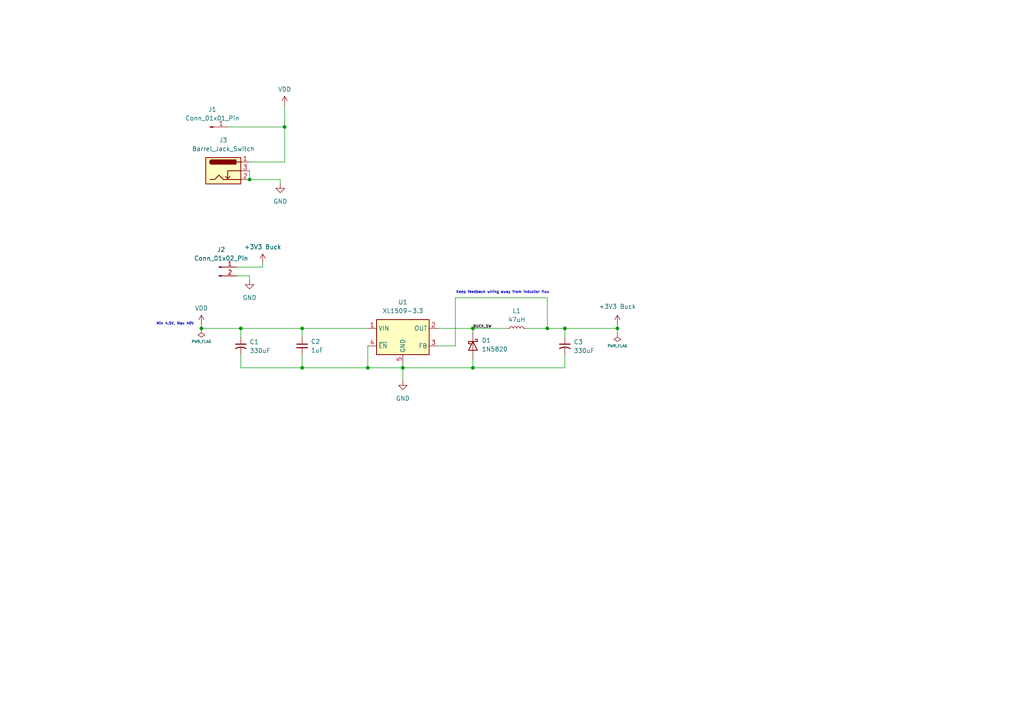
<source format=kicad_sch>
(kicad_sch (version 20250114) (generator "eeschema") (generator_version "9.0")
  (paper "A4")
  (title_block (title "Buck-converter 3V3 Breakout Board") (date "2025-10-19") (rev "1.0") (company "Mori Adrian Rosland"))
  (lib_symbols
    (symbol "Connector:Barrel_Jack_Switch" (pin_names (hide yes))
      (property "Reference" "J" (at 0 5.334 0))
      (property "Value" "Barrel_Jack_Switch" (at 0 -5.08 0))
      (symbol "Barrel_Jack_Switch_0_1"
        (rectangle (start -5.08 3.81) (end 5.08 -3.81) (stroke (width 0.254)) (fill (type background)))
        (polyline (pts (xy -3.81 -2.54) (xy -2.54 -2.54) (xy -1.27 -1.27) (xy 0 -2.54) (xy 2.54 -2.54) (xy 5.08 -2.54)) (stroke (width 0.254)))
        (arc (start -3.302 1.905) (mid -3.9343 2.54) (end -3.302 3.175) (stroke (width 0.254)))
        (arc (start -3.302 1.905) (mid -3.9343 2.54) (end -3.302 3.175) (stroke (width 0.254)) (fill (type outline)))
        (polyline (pts (xy 1.27 -2.286) (xy 1.905 -1.651)) (stroke (width 0.254)))
        (rectangle (start 3.683 3.175) (end -3.302 1.905) (stroke (width 0.254)) (fill (type outline)))
        (polyline (pts (xy 5.08 2.54) (xy 3.81 2.54)) (stroke (width 0.254)))
        (polyline (pts (xy 5.08 0) (xy 1.27 0) (xy 1.27 -2.286) (xy 0.635 -1.651)) (stroke (width 0.254)))
      )
      (symbol "Barrel_Jack_Switch_1_1"
        (pin passive line (at 7.62 2.54 180) (length 2.54) (name "~") (number "1"))
        (pin passive line (at 7.62 0 180) (length 2.54) (name "~") (number "3"))
        (pin passive line (at 7.62 -2.54 180) (length 2.54) (name "~") (number "2"))
      )
    )
    (symbol "Connector:Conn_01x01_Pin" (pin_names (offset 1.016) (hide yes))
      (property "Reference" "J" (at 0 2.54 0))
      (property "Value" "Conn_01x01_Pin" (at 0 -2.54 0))
      (symbol "Conn_01x01_Pin_1_1"
        (rectangle (start 0.8636 0.127) (end 0 -0.127) (stroke (width 0.1524)) (fill (type outline)))
        (polyline (pts (xy 1.27 0) (xy 0.8636 0)) (stroke (width 0.1524)))
        (pin passive line (at 5.08 0 180) (length 3.81) (name "Pin_1") (number "1"))
      )
    )
    (symbol "Connector:Conn_01x02_Pin" (pin_names (offset 1.016) (hide yes))
      (property "Reference" "J" (at 0 2.54 0))
      (property "Value" "Conn_01x02_Pin" (at 0 -5.08 0))
      (symbol "Conn_01x02_Pin_1_1"
        (rectangle (start 0.8636 0.127) (end 0 -0.127) (stroke (width 0.1524)) (fill (type outline)))
        (rectangle (start 0.8636 -2.413) (end 0 -2.667) (stroke (width 0.1524)) (fill (type outline)))
        (polyline (pts (xy 1.27 0) (xy 0.8636 0)) (stroke (width 0.1524)))
        (polyline (pts (xy 1.27 -2.54) (xy 0.8636 -2.54)) (stroke (width 0.1524)))
        (pin passive line (at 5.08 0 180) (length 3.81) (name "Pin_1") (number "1"))
        (pin passive line (at 5.08 -2.54 180) (length 3.81) (name "Pin_2") (number "2"))
      )
    )
    (symbol "Device:C_Small" (pin_numbers (hide yes)) (pin_names (offset 0.254) (hide yes))
      (property "Reference" "C" (at 0.254 1.778 0))
      (property "Value" "C_Small" (at 0.254 -2.032 0))
      (symbol "C_Small_0_1"
        (polyline (pts (xy -1.524 0.508) (xy 1.524 0.508)) (stroke (width 0.3048)))
        (polyline (pts (xy -1.524 -0.508) (xy 1.524 -0.508)) (stroke (width 0.3302)))
      )
      (symbol "C_Small_1_1"
        (pin passive line (at 0 2.54 270) (length 2.032) (name "~") (number "1"))
        (pin passive line (at 0 -2.54 90) (length 2.032) (name "~") (number "2"))
      )
    )
    (symbol "Device:C_Small_US" (pin_numbers (hide yes)) (pin_names (offset 0.254) (hide yes))
      (property "Reference" "C" (at 0.254 1.778 0))
      (property "Value" "C_Small_US" (at 0.254 -2.032 0))
      (symbol "C_Small_US_0_1"
        (polyline (pts (xy -1.524 0.508) (xy 1.524 0.508)) (stroke (width 0.3048)))
        (arc (start -1.524 -0.762) (mid 0 -0.3734) (end 1.524 -0.762) (stroke (width 0.3048)))
      )
      (symbol "C_Small_US_1_1"
        (pin passive line (at 0 2.54 270) (length 2.032) (name "~") (number "1"))
        (pin passive line (at 0 -2.54 90) (length 2.032) (name "~") (number "2"))
      )
    )
    (symbol "Device:D_Schottky" (pin_numbers (hide yes)) (pin_names (offset 1.016) (hide yes))
      (property "Reference" "D" (at 0 2.54 0))
      (property "Value" "D_Schottky" (at 0 -2.54 0))
      (symbol "D_Schottky_0_1"
        (polyline (pts (xy -1.905 0.635) (xy -1.905 1.27) (xy -1.27 1.27) (xy -1.27 -1.27) (xy -0.635 -1.27) (xy -0.635 -0.635)) (stroke (width 0.254)))
        (polyline (pts (xy 1.27 1.27) (xy 1.27 -1.27) (xy -1.27 0) (xy 1.27 1.27)) (stroke (width 0.254)))
        (polyline (pts (xy 1.27 0) (xy -1.27 0)))
      )
      (symbol "D_Schottky_1_1"
        (pin passive line (at -3.81 0 0) (length 2.54) (name "K") (number "1"))
        (pin passive line (at 3.81 0 180) (length 2.54) (name "A") (number "2"))
      )
    )
    (symbol "Device:L_Small" (pin_numbers (hide yes)) (pin_names (offset 0.254) (hide yes))
      (property "Reference" "L" (at 0.762 1.016 0))
      (property "Value" "L_Small" (at 0.762 -1.016 0))
      (symbol "L_Small_0_1"
        (arc (start 0 2.032) (mid 0.5058 1.524) (end 0 1.016))
        (arc (start 0 1.016) (mid 0.5058 0.508) (end 0 0))
        (arc (start 0 0) (mid 0.5058 -0.508) (end 0 -1.016))
        (arc (start 0 -1.016) (mid 0.5058 -1.524) (end 0 -2.032))
      )
      (symbol "L_Small_1_1"
        (pin passive line (at 0 2.54 270) (length 0.508) (name "~") (number "1"))
        (pin passive line (at 0 -2.54 90) (length 0.508) (name "~") (number "2"))
      )
    )
    (symbol "Regulator_Switching:XL1509-3.3"
      (property "Reference" "U" (at -7.112 6.096 0))
      (property "Value" "XL1509-3.3" (at 5.842 6.096 0))
      (symbol "XL1509-3.3_0_1"
        (rectangle (start -7.62 5.08) (end 7.62 -5.08) (stroke (width 0.254)) (fill (type background)))
      )
      (symbol "XL1509-3.3_1_1"
        (pin power_in line (at -10.16 2.54 0) (length 2.54) (name "VIN") (number "1"))
        (pin input line (at -10.16 -2.54 0) (length 2.54) (name "~{EN}") (number "4"))
        (pin power_in line (at 0 -7.62 90) (length 2.54) (name "GND") (number "5"))
        (pin passive line (at 0 -7.62 90) (length 2.54) (hide yes) (name "GND") (number "6"))
        (pin passive line (at 0 -7.62 90) (length 2.54) (hide yes) (name "GND") (number "7"))
        (pin passive line (at 0 -7.62 90) (length 2.54) (hide yes) (name "GND") (number "8"))
        (pin power_out line (at 10.16 2.54 180) (length 2.54) (name "OUT") (number "2"))
        (pin input line (at 10.16 -2.54 180) (length 2.54) (name "FB") (number "3"))
      )
    )
    (symbol "power:+3.3V" (power) (pin_numbers (hide yes)) (pin_names (offset 0) (hide yes))
      (property "Value" "+3.3V" (at 0 3.556 0))
      (symbol "+3.3V_0_1"
        (polyline (pts (xy -0.762 1.27) (xy 0 2.54)))
        (polyline (pts (xy 0 2.54) (xy 0.762 1.27)))
        (polyline (pts (xy 0 0) (xy 0 2.54)))
      )
      (symbol "+3.3V_1_1"
        (pin power_in line (at 0 0 90) (length 0) (name "~") (number "1"))
      )
    )
    (symbol "power:+3V3" (power) (pin_numbers (hide yes)) (pin_names (offset 0) (hide yes))
      (property "Value" "+3V3" (at 0 3.556 0))
      (symbol "+3V3_0_1"
        (polyline (pts (xy -0.762 1.27) (xy 0 2.54)))
        (polyline (pts (xy 0 2.54) (xy 0.762 1.27)))
        (polyline (pts (xy 0 0) (xy 0 2.54)))
      )
      (symbol "+3V3_1_1"
        (pin power_in line (at 0 0 90) (length 0) (name "~") (number "1"))
      )
    )
    (symbol "power:GND" (power) (pin_numbers (hide yes)) (pin_names (offset 0) (hide yes))
      (property "Value" "GND" (at 0 -3.81 0))
      (symbol "GND_0_1"
        (polyline (pts (xy 0 0) (xy 0 -1.27) (xy 1.27 -1.27) (xy 0 -2.54) (xy -1.27 -1.27) (xy 0 -1.27)))
      )
      (symbol "GND_1_1"
        (pin power_in line (at 0 0 270) (length 0) (name "~") (number "1"))
      )
    )
    (symbol "power:PWR_FLAG" (power) (pin_numbers (hide yes)) (pin_names (offset 0) (hide yes))
      (property "Value" "PWR_FLAG" (at 0 3.81 0))
      (symbol "PWR_FLAG_0_0"
        (pin power_out line (at 0 0 90) (length 0) (name "~") (number "1"))
      )
      (symbol "PWR_FLAG_0_1"
        (polyline (pts (xy 0 0) (xy 0 1.27) (xy -1.016 1.905) (xy 0 2.54) (xy 1.016 1.905) (xy 0 1.27)))
      )
    )
  )
  (text "Keep feedback wiring away from inductor flux" (at 145.796 84.836 0) (effects (font (size 0.762 0.762))))
  (text "Min 4.5V, Max 40V" (at 50.8 93.98 0) (effects (font (size 0.762 0.762))))
  (junction (at 179.07 95.25))
  (junction (at 87.63 95.25))
  (junction (at 137.16 95.25))
  (junction (at 116.84 106.68))
  (junction (at 163.83 95.25))
  (junction (at 69.85 95.25))
  (junction (at 82.55 36.83))
  (junction (at 72.39 52.07))
  (junction (at 158.75 95.25))
  (junction (at 58.42 95.25))
  (junction (at 87.63 106.68))
  (junction (at 137.16 106.68))
  (junction (at 106.68 106.68))
  (wire (pts (xy 66.04 36.83) (xy 82.55 36.83)))
  (wire (pts (xy 137.16 104.14) (xy 137.16 106.68)))
  (wire (pts (xy 72.39 46.99) (xy 82.55 46.99)))
  (wire (pts (xy 69.85 95.25) (xy 87.63 95.25)))
  (wire (pts (xy 69.85 95.25) (xy 69.85 97.79)))
  (wire (pts (xy 58.42 95.25) (xy 58.42 93.98)))
  (wire (pts (xy 87.63 106.68) (xy 69.85 106.68)))
  (wire (pts (xy 116.84 106.68) (xy 116.84 110.49)))
  (wire (pts (xy 179.07 95.25) (xy 179.07 96.52)))
  (wire (pts (xy 87.63 102.87) (xy 87.63 106.68)))
  (wire (pts (xy 72.39 52.07) (xy 81.28 52.07)))
  (wire (pts (xy 106.68 106.68) (xy 87.63 106.68)))
  (wire (pts (xy 158.75 86.36) (xy 132.08 86.36)))
  (wire (pts (xy 152.4 95.25) (xy 158.75 95.25)))
  (wire (pts (xy 132.08 100.33) (xy 127 100.33)))
  (wire (pts (xy 132.08 86.36) (xy 132.08 100.33)))
  (wire (pts (xy 163.83 106.68) (xy 137.16 106.68)))
  (wire (pts (xy 137.16 106.68) (xy 116.84 106.68)))
  (wire (pts (xy 163.83 102.87) (xy 163.83 106.68)))
  (wire (pts (xy 163.83 95.25) (xy 163.83 97.79)))
  (wire (pts (xy 127 95.25) (xy 137.16 95.25)))
  (wire (pts (xy 72.39 80.01) (xy 72.39 81.28)))
  (wire (pts (xy 87.63 95.25) (xy 106.68 95.25)))
  (wire (pts (xy 106.68 100.33) (xy 106.68 106.68)))
  (wire (pts (xy 87.63 97.79) (xy 87.63 95.25)))
  (wire (pts (xy 69.85 95.25) (xy 58.42 95.25)))
  (wire (pts (xy 116.84 106.68) (xy 106.68 106.68)))
  (wire (pts (xy 158.75 95.25) (xy 163.83 95.25)))
  (wire (pts (xy 82.55 30.48) (xy 82.55 36.83)))
  (wire (pts (xy 82.55 36.83) (xy 82.55 46.99)))
  (wire (pts (xy 163.83 95.25) (xy 179.07 95.25)))
  (wire (pts (xy 76.2 77.47) (xy 76.2 76.2)))
  (wire (pts (xy 158.75 95.25) (xy 158.75 86.36)))
  (wire (pts (xy 68.58 80.01) (xy 72.39 80.01)))
  (wire (pts (xy 69.85 106.68) (xy 69.85 102.87)))
  (wire (pts (xy 72.39 49.53) (xy 72.39 52.07)))
  (wire (pts (xy 116.84 105.41) (xy 116.84 106.68)))
  (wire (pts (xy 81.28 52.07) (xy 81.28 53.34)))
  (wire (pts (xy 137.16 95.25) (xy 137.16 96.52)))
  (wire (pts (xy 68.58 77.47) (xy 76.2 77.47)))
  (wire (pts (xy 137.16 95.25) (xy 147.32 95.25)))
  (wire (pts (xy 179.07 95.25) (xy 179.07 93.98)))
  (label "BUCK_SW" (at 137.16 95.25 0) (effects (font (size 0.762 0.762))))
  (symbol (lib_id "power:GND") (at 116.84 110.49 0) (unit 1)
    (property "Reference" "#PWR01" (effects (hide yes)))
    (property "Value" "GND" (at 116.84 115.57 0))
    (property "Description" "Power symbol creates a global label with name \"GND\" , ground" (effects (hide yes)))
  )
  (symbol (lib_id "Connector:Conn_01x01_Pin") (at 60.96 36.83 0) (unit 1)
    (property "Reference" "J1" (at 61.595 31.75 0))
    (property "Value" "Conn_01x01_Pin" (at 61.595 34.29 0))
    (property "Footprint" "Connector_PinHeader_2.54mm:PinHeader_1x01_P2.54mm_Vertical" (effects (hide yes)))
    (property "Description" "Generic connector, single row, 01x01, script generated" (effects (hide yes)))
    (property "LCSC Part #" "C492400" (effects (hide yes)))
  )
  (symbol (lib_id "power:+3.3V") (at 58.42 93.98 0) (unit 1)
    (property "Reference" "#PWR02" (effects (hide yes)))
    (property "Value" "VDD" (at 58.42 89.408 0))
    (property "Description" "Power symbol creates a global label with name \"+3.3V\"" (effects (hide yes)))
  )
  (symbol (lib_id "Connector:Conn_01x02_Pin") (at 63.5 77.47 0) (unit 1)
    (property "Reference" "J2" (at 64.135 72.39 0))
    (property "Value" "Conn_01x02_Pin" (at 64.135 74.93 0))
    (property "Footprint" "Connector_PinHeader_2.54mm:PinHeader_1x02_P2.54mm_Vertical" (effects (hide yes)))
    (property "Description" "Generic connector, single row, 01x02, script generated" (effects (hide yes)))
    (property "LCSC Part #" "C124375" (effects (hide yes)))
  )
  (symbol (lib_id "Connector:Barrel_Jack_Switch") (at 64.77 49.53 0) (unit 1)
    (property "Reference" "J3" (at 64.77 40.64 0))
    (property "Value" "Barrel_Jack_Switch" (at 64.77 43.18 0))
    (property "Footprint" "Connector_BarrelJack:BarrelJack_CUI_PJ-102AH_Horizontal" (effects (hide yes)))
    (property "Description" "DC Barrel Jack with an internal switch" (effects (hide yes)))
    (property "LCSC Part #" "C3096093" (effects (hide yes)))
  )
  (symbol (lib_id "Regulator_Switching:XL1509-3.3") (at 116.84 97.79 0) (unit 1)
    (property "Reference" "U1" (at 116.84 87.63 0))
    (property "Value" "XL1509-3.3" (at 116.84 90.17 0))
    (property "Footprint" "Package_SO:SOIC-8_3.9x4.9mm_P1.27mm" (effects (hide yes)))
    (property "Datasheet" "https://datasheet.lcsc.com/lcsc/1809050422_XLSEMI-XL1509-5-0E1_C61063.pdf" (effects (hide yes)))
    (property "Description" "Buck DC/DC Converter, 2A, 3.3V Output Voltage, 4.5-40V Input Voltage" (effects (hide yes)))
    (property "LCSC Part #" "C2681226" (effects (hide yes)))
  )
  (symbol (lib_id "Device:L_Small") (at 149.86 95.25 90) (unit 1)
    (property "Reference" "L1" (at 149.86 90.17 90))
    (property "Value" "47uH" (at 149.86 92.71 90))
    (property "Footprint" "Inductor_SMD:L_Chilisin_BMRF00101040" (effects (hide yes)))
    (property "Datasheet" "https://www.tdk-electronics.tdk.com/inf/30/db/ind_2008/b82422h.pdf" (effects (hide yes)))
    (property "Description" "Inductor, small symbol" (effects (hide yes)))
    (property "LCSC Part #" "C6364681" (effects (hide yes)))
  )
  (symbol (lib_id "power:GND") (at 81.28 53.34 0) (unit 1)
    (property "Reference" "#PWR06" (effects (hide yes)))
    (property "Value" "GND" (at 81.28 58.42 0))
    (property "Description" "Power symbol creates a global label with name \"GND\" , ground" (effects (hide yes)))
  )
  (symbol (lib_id "power:PWR_FLAG") (at 58.42 95.25 180) (unit 1)
    (property "Reference" "#FLG01" (effects (hide yes)))
    (property "Value" "PWR_FLAG" (at 58.42 99.06 0) (effects (font (size 0.762 0.762))))
    (property "Description" "Special symbol for telling ERC where power comes from" (effects (hide yes)))
  )
  (symbol (lib_id "Device:C_Small_US") (at 163.83 100.33 0) (unit 1)
    (property "Reference" "C3" (at 166.37 99.1869 0) (effects (justify left)))
    (property "Value" "330uF" (at 166.37 101.7269 0) (effects (justify left)))
    (property "Footprint" "Capacitor_THT:CP_Radial_D10.0mm_P5.00mm" (effects (hide yes)))
    (property "Datasheet" "https://www.nichicon.co.jp/english/series_items/catalog_pdf/e-uwt.pdf" (effects (hide yes)))
    (property "LCSC Part #" "C45107" (effects (hide yes)))
  )
  (symbol (lib_id "power:+3.3V") (at 76.2 76.2 0) (unit 1)
    (property "Reference" "#PWR05" (effects (hide yes)))
    (property "Value" "+3V3 Buck" (at 76.2 71.628 0))
    (property "Description" "Power symbol creates a global label with name \"+3.3V\"" (effects (hide yes)))
  )
  (symbol (lib_id "power:PWR_FLAG") (at 179.07 96.52 180) (unit 1)
    (property "Reference" "#FLG02" (effects (hide yes)))
    (property "Value" "PWR_FLAG" (at 179.07 100.33 0) (effects (font (size 0.762 0.762))))
    (property "Description" "Special symbol for telling ERC where power comes from" (effects (hide yes)))
  )
  (symbol (lib_id "power:+3V3") (at 179.07 93.98 0) (unit 1)
    (property "Reference" "#PWR03" (effects (hide yes)))
    (property "Value" "+3V3 Buck" (at 179.07 88.9 0))
    (property "Description" "Power symbol creates a global label with name \"+3V3\"" (effects (hide yes)))
  )
  (symbol (lib_id "power:GND") (at 72.39 81.28 0) (unit 1)
    (property "Reference" "#PWR07" (effects (hide yes)))
    (property "Value" "GND" (at 72.39 86.36 0))
    (property "Description" "Power symbol creates a global label with name \"GND\" , ground" (effects (hide yes)))
  )
  (symbol (lib_id "Device:C_Small_US") (at 69.85 100.33 0) (unit 1)
    (property "Reference" "C1" (at 72.39 99.1869 0) (effects (justify left)))
    (property "Value" "330uF" (at 72.39 101.7269 0) (effects (justify left)))
    (property "Footprint" "Capacitor_THT:CP_Radial_D10.0mm_P5.00mm" (effects (hide yes)))
    (property "Datasheet" "https://www.nichicon.co.jp/english/series_items/catalog_pdf/e-uwt.pdf" (effects (hide yes)))
    (property "LCSC Part #" "C45107" (effects (hide yes)))
  )
  (symbol (lib_id "Device:D_Schottky") (at 137.16 100.33 270) (unit 1)
    (property "Reference" "D1" (at 139.7 98.7424 90) (effects (justify left)))
    (property "Value" "1N5820" (at 139.7 101.2824 90) (effects (justify left)))
    (property "Footprint" "Diode_THT:D_DO-201AD_P12.70mm_Horizontal" (effects (hide yes)))
    (property "Datasheet" "https://www.st.com/content/ccc/resource/technical/document/datasheet/d8/3f/72/85/bc/90/4e/f7/CD00001626.pdf/files/CD00001626.pdf/jcr:content/translations/en.CD00001626.pdf" (effects (hide yes)))
    (property "Description" "Schottky diode" (effects (hide yes)))
    (property "LCSC Part #" "C95400" (effects (hide yes)))
  )
  (symbol (lib_id "Device:C_Small") (at 87.63 100.33 0) (unit 1)
    (property "Reference" "C2" (at 90.17 99.0662 0) (effects (justify left)))
    (property "Value" "1uF" (at 90.17 101.6062 0) (effects (justify left)))
    (property "Footprint" "Capacitor_SMD:C_0603_1608Metric_Pad1.08x0.95mm_HandSolder" (effects (hide yes)))
    (property "Description" "Unpolarized capacitor, small symbol" (effects (hide yes)))
    (property "LCSC Part #" "C15849" (effects (hide yes)))
  )
  (symbol (lib_id "power:+3.3V") (at 82.55 30.48 0) (unit 1)
    (property "Reference" "#PWR08" (effects (hide yes)))
    (property "Value" "VDD" (at 82.55 25.908 0))
    (property "Description" "Power symbol creates a global label with name \"+3.3V\"" (effects (hide yes)))
  )
)
</source>
